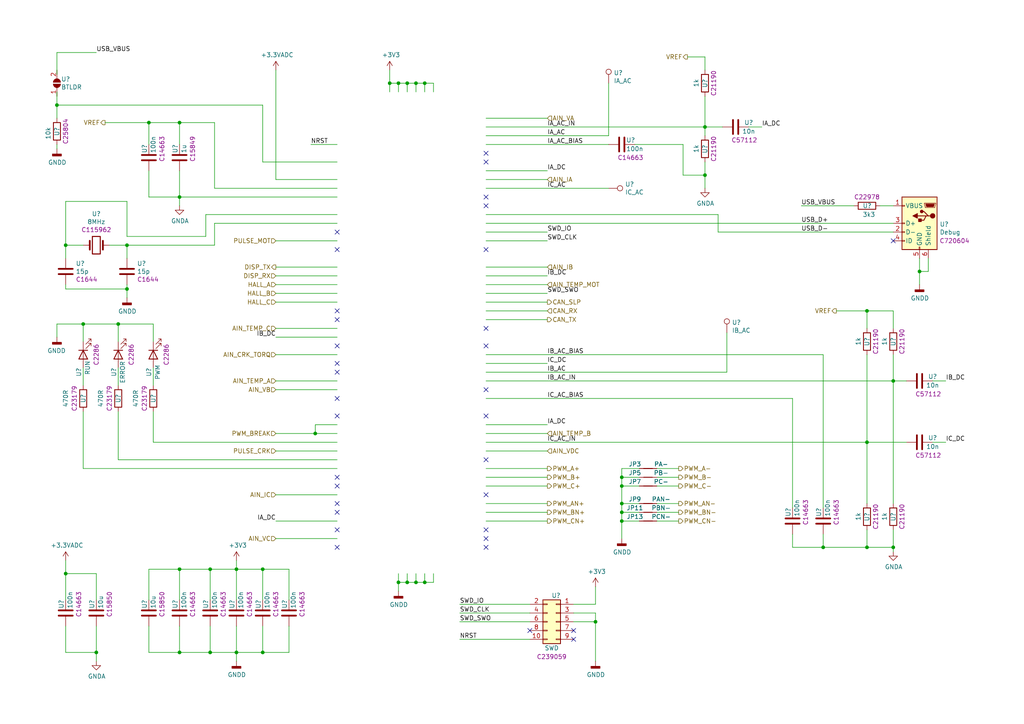
<source format=kicad_sch>
(kicad_sch (version 20211123) (generator eeschema)
  (paper "A4")
  (title_block (title "UNIMOC Hardware 4850") (date "2021-03-28") (rev "2") (company "Thunderdrive GmbH"))
  (lib_symbols
    (symbol "Connector:TestPoint" (pin_numbers hide) (pin_names (offset 0.762) hide)
      (property "Reference" "TP" (at 0 6.858 0))
      (property "Value" "TestPoint" (at 0 5.08 0))
      (symbol "TestPoint_0_1"
        (circle (center 0 3.302) (radius 0.762))
      )
      (symbol "TestPoint_1_1"
        (pin passive line (at 0 0 90) (length 2.54) (name "1") (number "1"))
      )
    )
    (symbol "Connector:USB_B_Mini" (pin_names (offset 1.016))
      (property "Reference" "J" (at -5.08 11.43 0))
      (property "Value" "USB_B_Mini" (at -5.08 8.89 0))
      (symbol "USB_B_Mini_0_1"
        (rectangle (start -5.08 -7.62) (end 5.08 7.62) (stroke (width 0.254)) (fill (type background)))
        (circle (center -3.81 2.159) (radius 0.635) (stroke (width 0.254)) (fill (type outline)))
        (circle (center -0.635 3.429) (radius 0.381) (stroke (width 0.254)) (fill (type outline)))
        (rectangle (start -0.127 -7.62) (end 0.127 -6.858))
        (polyline (pts (xy -1.905 2.159) (xy 0.635 2.159)) (stroke (width 0.254)))
        (polyline (pts (xy -3.175 2.159) (xy -2.54 2.159) (xy -1.27 3.429) (xy -0.635 3.429)) (stroke (width 0.254)))
        (polyline (pts (xy -2.54 2.159) (xy -1.905 2.159) (xy -1.27 0.889) (xy 0 0.889)) (stroke (width 0.254)))
        (polyline (pts (xy 0.635 2.794) (xy 0.635 1.524) (xy 1.905 2.159) (xy 0.635 2.794)) (stroke (width 0.254)) (fill (type outline)))
        (polyline (pts (xy -4.318 5.588) (xy -1.778 5.588) (xy -2.032 4.826) (xy -4.064 4.826) (xy -4.318 5.588)) (fill (type outline)))
        (polyline (pts (xy -4.699 5.842) (xy -4.699 5.588) (xy -4.445 4.826) (xy -4.445 4.572) (xy -1.651 4.572) (xy -1.651 4.826) (xy -1.397 5.588) (xy -1.397 5.842) (xy -4.699 5.842)))
        (rectangle (start 0.254 1.27) (end -0.508 0.508) (stroke (width 0.254)) (fill (type outline)))
        (rectangle (start 5.08 -5.207) (end 4.318 -4.953))
        (rectangle (start 5.08 -2.667) (end 4.318 -2.413))
        (rectangle (start 5.08 -0.127) (end 4.318 0.127))
        (rectangle (start 5.08 4.953) (end 4.318 5.207))
      )
      (symbol "USB_B_Mini_1_1"
        (pin power_out line (at 7.62 5.08 180) (length 2.54) (name "VBUS") (number "1"))
        (pin bidirectional line (at 7.62 -2.54 180) (length 2.54) (name "D-") (number "2"))
        (pin bidirectional line (at 7.62 0 180) (length 2.54) (name "D+") (number "3"))
        (pin passive line (at 7.62 -5.08 180) (length 2.54) (name "ID") (number "4"))
        (pin power_out line (at 0 -10.16 90) (length 2.54) (name "GND") (number "5"))
        (pin passive line (at -2.54 -10.16 90) (length 2.54) (name "Shield") (number "6"))
      )
    )
    (symbol "Connector_Generic:Conn_02x05_Odd_Even" (pin_names (offset 1.016) hide)
      (property "Reference" "J" (at 1.27 7.62 0))
      (property "Value" "Conn_02x05_Odd_Even" (at 1.27 -7.62 0))
      (symbol "Conn_02x05_Odd_Even_1_1"
        (rectangle (start -1.27 -4.953) (end 0 -5.207) (stroke (width 0.1524)))
        (rectangle (start -1.27 -2.413) (end 0 -2.667) (stroke (width 0.1524)))
        (rectangle (start -1.27 0.127) (end 0 -0.127) (stroke (width 0.1524)))
        (rectangle (start -1.27 2.667) (end 0 2.413) (stroke (width 0.1524)))
        (rectangle (start -1.27 5.207) (end 0 4.953) (stroke (width 0.1524)))
        (rectangle (start -1.27 6.35) (end 3.81 -6.35) (stroke (width 0.254)) (fill (type background)))
        (rectangle (start 3.81 -4.953) (end 2.54 -5.207) (stroke (width 0.1524)))
        (rectangle (start 3.81 -2.413) (end 2.54 -2.667) (stroke (width 0.1524)))
        (rectangle (start 3.81 0.127) (end 2.54 -0.127) (stroke (width 0.1524)))
        (rectangle (start 3.81 2.667) (end 2.54 2.413) (stroke (width 0.1524)))
        (rectangle (start 3.81 5.207) (end 2.54 4.953) (stroke (width 0.1524)))
        (pin passive line (at -5.08 5.08 0) (length 3.81) (name "Pin_1") (number "1"))
        (pin passive line (at 7.62 -5.08 180) (length 3.81) (name "Pin_10") (number "10"))
        (pin passive line (at 7.62 5.08 180) (length 3.81) (name "Pin_2") (number "2"))
        (pin passive line (at -5.08 2.54 0) (length 3.81) (name "Pin_3") (number "3"))
        (pin passive line (at 7.62 2.54 180) (length 3.81) (name "Pin_4") (number "4"))
        (pin passive line (at -5.08 0 0) (length 3.81) (name "Pin_5") (number "5"))
        (pin passive line (at 7.62 0 180) (length 3.81) (name "Pin_6") (number "6"))
        (pin passive line (at -5.08 -2.54 0) (length 3.81) (name "Pin_7") (number "7"))
        (pin passive line (at 7.62 -2.54 180) (length 3.81) (name "Pin_8") (number "8"))
        (pin passive line (at -5.08 -5.08 0) (length 3.81) (name "Pin_9") (number "9"))
      )
    )
    (symbol "Device:C" (pin_numbers hide) (pin_names (offset 0.254))
      (property "Reference" "C" (at 0.635 2.54 0))
      (property "Value" "C" (at 0.635 -2.54 0))
      (symbol "C_0_1"
        (polyline (pts (xy -2.032 -0.762) (xy 2.032 -0.762)) (stroke (width 0.508)))
        (polyline (pts (xy -2.032 0.762) (xy 2.032 0.762)) (stroke (width 0.508)))
      )
      (symbol "C_1_1"
        (pin passive line (at 0 3.81 270) (length 2.794) (name "~") (number "1"))
        (pin passive line (at 0 -3.81 90) (length 2.794) (name "~") (number "2"))
      )
    )
    (symbol "Device:Crystal" (pin_numbers hide) (pin_names (offset 1.016) hide)
      (property "Reference" "Y" (at 0 3.81 0))
      (property "Value" "Crystal" (at 0 -3.81 0))
      (symbol "Crystal_0_1"
        (rectangle (start -1.143 2.54) (end 1.143 -2.54) (stroke (width 0.3048)))
        (polyline (pts (xy -2.54 0) (xy -1.905 0)))
        (polyline (pts (xy -1.905 -1.27) (xy -1.905 1.27)) (stroke (width 0.508)))
        (polyline (pts (xy 1.905 -1.27) (xy 1.905 1.27)) (stroke (width 0.508)))
        (polyline (pts (xy 2.54 0) (xy 1.905 0)))
      )
      (symbol "Crystal_1_1"
        (pin passive line (at -3.81 0 0) (length 1.27) (name "1") (number "1"))
        (pin passive line (at 3.81 0 180) (length 1.27) (name "2") (number "2"))
      )
    )
    (symbol "Device:LED" (pin_numbers hide) (pin_names (offset 1.016) hide)
      (property "Reference" "D" (at 0 2.54 0))
      (property "Value" "LED" (at 0 -2.54 0))
      (symbol "LED_0_1"
        (polyline (pts (xy -1.27 -1.27) (xy -1.27 1.27)) (stroke (width 0.254)))
        (polyline (pts (xy -1.27 0) (xy 1.27 0)))
        (polyline (pts (xy 1.27 -1.27) (xy 1.27 1.27) (xy -1.27 0) (xy 1.27 -1.27)) (stroke (width 0.254)))
        (polyline (pts (xy -3.048 -0.762) (xy -4.572 -2.286) (xy -3.81 -2.286) (xy -4.572 -2.286) (xy -4.572 -1.524)))
        (polyline (pts (xy -1.778 -0.762) (xy -3.302 -2.286) (xy -2.54 -2.286) (xy -3.302 -2.286) (xy -3.302 -1.524)))
      )
      (symbol "LED_1_1"
        (pin passive line (at -3.81 0 0) (length 2.54) (name "K") (number "1"))
        (pin passive line (at 3.81 0 180) (length 2.54) (name "A") (number "2"))
      )
    )
    (symbol "Device:NetTie_2" (pin_numbers hide) (pin_names (offset 0) hide)
      (property "Reference" "NT" (at 0 1.27 0))
      (property "Value" "NetTie_2" (at 0 -1.27 0))
      (symbol "NetTie_2_0_1"
        (polyline (pts (xy -1.27 0) (xy 1.27 0)) (stroke (width 0.254)))
      )
      (symbol "NetTie_2_1_1"
        (pin passive line (at -2.54 0 0) (length 2.54) (name "1") (number "1"))
        (pin passive line (at 2.54 0 180) (length 2.54) (name "2") (number "2"))
      )
    )
    (symbol "Device:R" (pin_numbers hide) (pin_names (offset 0))
      (property "Reference" "R" (at 2.032 0 90))
      (property "Value" "R" (at 0 0 90))
      (symbol "R_0_1"
        (rectangle (start -1.016 -2.54) (end 1.016 2.54) (stroke (width 0.254)))
      )
      (symbol "R_1_1"
        (pin passive line (at 0 3.81 270) (length 1.27) (name "~") (number "1"))
        (pin passive line (at 0 -3.81 90) (length 1.27) (name "~") (number "2"))
      )
    )
    (symbol "Jumper:SolderJumper_2_Open" (pin_names (offset 0) hide)
      (property "Reference" "JP" (at 0 2.032 0))
      (property "Value" "SolderJumper_2_Open" (at 0 -2.54 0))
      (symbol "SolderJumper_2_Open_0_1"
        (arc (start -0.254 1.016) (mid -1.27 0) (end -0.254 -1.016))
        (arc (start -0.254 1.016) (mid -1.27 0) (end -0.254 -1.016) (fill (type outline)))
        (polyline (pts (xy -0.254 1.016) (xy -0.254 -1.016)))
        (polyline (pts (xy 0.254 1.016) (xy 0.254 -1.016)))
        (arc (start 0.254 -1.016) (mid 1.27 0) (end 0.254 1.016))
        (arc (start 0.254 -1.016) (mid 1.27 0) (end 0.254 1.016) (fill (type outline)))
      )
      (symbol "SolderJumper_2_Open_1_1"
        (pin passive line (at -3.81 0 0) (length 2.54) (name "A") (number "1"))
        (pin passive line (at 3.81 0 180) (length 2.54) (name "B") (number "2"))
      )
    )
    (symbol "power:+3.3VADC" (power) (pin_names (offset 0))
      (property "Value" "+3.3VADC" (at 0 2.54 0))
      (symbol "+3.3VADC_0_0"
        (pin power_in line (at 0 0 90) (length 0) hide (name "+3.3VADC") (number "1"))
      )
      (symbol "+3.3VADC_0_1"
        (polyline (pts (xy -0.762 1.27) (xy 0 2.54)))
        (polyline (pts (xy 0 0) (xy 0 2.54)))
        (polyline (pts (xy 0 2.54) (xy 0.762 1.27)))
      )
    )
    (symbol "power:+3V3" (power) (pin_names (offset 0))
      (property "Value" "+3V3" (at 0 3.556 0))
      (symbol "+3V3_0_1"
        (polyline (pts (xy -0.762 1.27) (xy 0 2.54)))
        (polyline (pts (xy 0 0) (xy 0 2.54)))
        (polyline (pts (xy 0 2.54) (xy 0.762 1.27)))
      )
      (symbol "+3V3_1_1"
        (pin power_in line (at 0 0 90) (length 0) hide (name "+3V3") (number "1"))
      )
    )
    (symbol "power:GNDA" (power) (pin_names (offset 0))
      (property "Value" "GNDA" (at 0 -3.81 0))
      (symbol "GNDA_0_1"
        (polyline (pts (xy 0 0) (xy 0 -1.27) (xy 1.27 -1.27) (xy 0 -2.54) (xy -1.27 -1.27) (xy 0 -1.27)))
      )
      (symbol "GNDA_1_1"
        (pin power_in line (at 0 0 270) (length 0) hide (name "GNDA") (number "1"))
      )
    )
    (symbol "power:GNDD" (power) (pin_names (offset 0))
      (property "Value" "GNDD" (at 0 -3.175 0))
      (symbol "GNDD_0_1"
        (rectangle (start -1.27 -1.524) (end 1.27 -2.032) (stroke (width 0.254)) (fill (type outline)))
        (polyline (pts (xy 0 0) (xy 0 -1.524)))
      )
      (symbol "GNDD_1_1"
        (pin power_in line (at 0 0 270) (length 0) hide (name "GNDD") (number "1"))
      )
    )
  )
  (junction (at 113.03 24.13))
  (junction (at 68.58 165.1))
  (junction (at 76.2 165.1))
  (junction (at 115.57 168.91))
  (junction (at 118.11 168.91))
  (junction (at 180.34 138.43))
  (junction (at 251.46 90.17))
  (junction (at 266.7 78.74))
  (junction (at 120.65 168.91))
  (junction (at 60.96 165.1))
  (junction (at 60.96 189.23))
  (junction (at 52.07 189.23))
  (junction (at 52.07 57.15))
  (junction (at 172.72 180.34))
  (junction (at 36.83 83.82))
  (junction (at 16.51 30.48))
  (junction (at 52.07 165.1))
  (junction (at 27.94 189.23))
  (junction (at 76.2 189.23))
  (junction (at 52.07 35.56))
  (junction (at 36.83 71.12))
  (junction (at 238.76 158.75))
  (junction (at 180.34 148.59))
  (junction (at 91.44 125.73))
  (junction (at 204.47 36.83))
  (junction (at 115.57 24.13))
  (junction (at 204.47 50.8))
  (junction (at 259.08 110.49))
  (junction (at 24.13 93.98))
  (junction (at 180.34 140.97))
  (junction (at 251.46 128.27))
  (junction (at 34.29 93.98))
  (junction (at 259.08 158.75))
  (junction (at 43.18 35.56))
  (junction (at 123.19 168.91))
  (junction (at 68.58 189.23))
  (junction (at 180.34 151.13))
  (junction (at 180.34 146.05))
  (junction (at 120.65 24.13))
  (junction (at 251.46 158.75))
  (junction (at 118.11 24.13))
  (junction (at 123.19 24.13))
  (junction (at 19.05 71.12))
  (junction (at 19.05 166.37))
  (no_connect (at 140.97 72.39))
  (no_connect (at 140.97 44.45))
  (no_connect (at 140.97 57.15))
  (no_connect (at 140.97 100.33))
  (no_connect (at 97.79 92.71))
  (no_connect (at 97.79 138.43))
  (no_connect (at 140.97 158.75))
  (no_connect (at 166.37 185.42))
  (no_connect (at 97.79 100.33))
  (no_connect (at 153.67 182.88))
  (no_connect (at 97.79 153.67))
  (no_connect (at 140.97 46.99))
  (no_connect (at 97.79 67.31))
  (no_connect (at 97.79 146.05))
  (no_connect (at 166.37 182.88))
  (no_connect (at 140.97 120.65))
  (no_connect (at 140.97 59.69))
  (no_connect (at 140.97 153.67))
  (no_connect (at 140.97 143.51))
  (no_connect (at 97.79 72.39))
  (no_connect (at 97.79 115.57))
  (no_connect (at 97.79 140.97))
  (no_connect (at 140.97 133.35))
  (no_connect (at 259.08 69.85))
  (no_connect (at 140.97 156.21))
  (no_connect (at 140.97 113.03))
  (no_connect (at 97.79 120.65))
  (no_connect (at 97.79 107.95))
  (no_connect (at 97.79 90.17))
  (no_connect (at 97.79 148.59))
  (no_connect (at 97.79 105.41))
  (no_connect (at 140.97 95.25))
  (no_connect (at 97.79 158.75))
  (wire (pts (xy 190.5 151.13) (xy 196.85 151.13)))
  (wire (pts (xy 140.97 69.85) (xy 158.75 69.85)))
  (wire (pts (xy 172.72 175.26) (xy 172.72 170.18)))
  (wire (pts (xy 153.67 180.34) (xy 133.35 180.34)))
  (wire (pts (xy 133.35 185.42) (xy 153.67 185.42)))
  (wire (pts (xy 115.57 171.45) (xy 115.57 168.91)))
  (wire (pts (xy 123.19 168.91) (xy 123.19 166.37)))
  (wire (pts (xy 180.34 140.97) (xy 180.34 146.05)))
  (wire (pts (xy 259.08 102.87) (xy 259.08 110.49)))
  (wire (pts (xy 251.46 128.27) (xy 251.46 146.05)))
  (wire (pts (xy 140.97 64.77) (xy 259.08 64.77)))
  (wire (pts (xy 52.07 41.91) (xy 52.07 35.56)))
  (wire (pts (xy 36.83 86.36) (xy 36.83 83.82)))
  (wire (pts (xy 140.97 90.17) (xy 158.75 90.17)))
  (wire (pts (xy 24.13 135.89) (xy 24.13 119.38)))
  (wire (pts (xy 204.47 54.61) (xy 204.47 50.8)))
  (wire (pts (xy 176.53 39.37) (xy 176.53 24.13)))
  (wire (pts (xy 97.79 57.15) (xy 52.07 57.15)))
  (wire (pts (xy 140.97 80.01) (xy 158.75 80.01)))
  (wire (pts (xy 140.97 52.07) (xy 158.75 52.07)))
  (wire (pts (xy 140.97 87.63) (xy 158.75 87.63)))
  (wire (pts (xy 62.23 54.61) (xy 97.79 54.61)))
  (wire (pts (xy 140.97 77.47) (xy 158.75 77.47)))
  (wire (pts (xy 266.7 74.93) (xy 266.7 78.74)))
  (wire (pts (xy 166.37 175.26) (xy 172.72 175.26)))
  (wire (pts (xy 31.75 71.12) (xy 36.83 71.12)))
  (wire (pts (xy 19.05 83.82) (xy 36.83 83.82)))
  (wire (pts (xy 19.05 74.93) (xy 19.05 71.12)))
  (wire (pts (xy 62.23 35.56) (xy 62.23 54.61)))
  (wire (pts (xy 24.13 99.06) (xy 24.13 93.98)))
  (wire (pts (xy 180.34 135.89) (xy 180.34 138.43)))
  (wire (pts (xy 120.65 168.91) (xy 120.65 166.37)))
  (wire (pts (xy 166.37 180.34) (xy 172.72 180.34)))
  (wire (pts (xy 60.96 165.1) (xy 52.07 165.1)))
  (wire (pts (xy 52.07 189.23) (xy 43.18 189.23)))
  (wire (pts (xy 120.65 24.13) (xy 123.19 24.13)))
  (wire (pts (xy 270.51 110.49) (xy 274.32 110.49)))
  (wire (pts (xy 76.2 165.1) (xy 83.82 165.1)))
  (wire (pts (xy 166.37 177.8) (xy 172.72 177.8)))
  (wire (pts (xy 43.18 165.1) (xy 43.18 173.99)))
  (wire (pts (xy 120.65 168.91) (xy 123.19 168.91)))
  (wire (pts (xy 97.79 110.49) (xy 80.01 110.49)))
  (wire (pts (xy 140.97 41.91) (xy 176.53 41.91)))
  (wire (pts (xy 133.35 175.26) (xy 153.67 175.26)))
  (wire (pts (xy 16.51 41.91) (xy 16.51 43.18)))
  (wire (pts (xy 140.97 102.87) (xy 238.76 102.87)))
  (wire (pts (xy 76.2 173.99) (xy 76.2 165.1)))
  (wire (pts (xy 140.97 135.89) (xy 158.75 135.89)))
  (wire (pts (xy 242.57 90.17) (xy 251.46 90.17)))
  (wire (pts (xy 198.12 50.8) (xy 204.47 50.8)))
  (wire (pts (xy 270.51 128.27) (xy 274.32 128.27)))
  (wire (pts (xy 115.57 168.91) (xy 118.11 168.91)))
  (wire (pts (xy 140.97 138.43) (xy 158.75 138.43)))
  (wire (pts (xy 44.45 111.76) (xy 44.45 106.68)))
  (wire (pts (xy 123.19 168.91) (xy 125.73 168.91)))
  (wire (pts (xy 113.03 20.32) (xy 113.03 24.13)))
  (wire (pts (xy 27.94 173.99) (xy 27.94 166.37)))
  (wire (pts (xy 198.12 41.91) (xy 198.12 50.8)))
  (wire (pts (xy 259.08 153.67) (xy 259.08 158.75)))
  (wire (pts (xy 68.58 189.23) (xy 76.2 189.23)))
  (wire (pts (xy 68.58 181.61) (xy 68.58 189.23)))
  (wire (pts (xy 59.69 62.23) (xy 97.79 62.23)))
  (wire (pts (xy 140.97 54.61) (xy 176.53 54.61)))
  (wire (pts (xy 24.13 93.98) (xy 16.51 93.98)))
  (wire (pts (xy 97.79 151.13) (xy 80.01 151.13)))
  (wire (pts (xy 16.51 93.98) (xy 16.51 97.79)))
  (wire (pts (xy 208.28 62.23) (xy 208.28 67.31)))
  (wire (pts (xy 251.46 158.75) (xy 259.08 158.75)))
  (wire (pts (xy 97.79 77.47) (xy 80.01 77.47)))
  (wire (pts (xy 140.97 36.83) (xy 204.47 36.83)))
  (wire (pts (xy 76.2 181.61) (xy 76.2 189.23)))
  (wire (pts (xy 259.08 110.49) (xy 259.08 146.05)))
  (wire (pts (xy 113.03 24.13) (xy 113.03 26.67)))
  (wire (pts (xy 52.07 181.61) (xy 52.07 189.23)))
  (wire (pts (xy 185.42 146.05) (xy 180.34 146.05)))
  (wire (pts (xy 97.79 82.55) (xy 80.01 82.55)))
  (wire (pts (xy 259.08 59.69) (xy 255.27 59.69)))
  (wire (pts (xy 36.83 83.82) (xy 36.83 82.55)))
  (wire (pts (xy 140.97 115.57) (xy 229.87 115.57)))
  (wire (pts (xy 97.79 125.73) (xy 91.44 125.73)))
  (wire (pts (xy 262.89 128.27) (xy 251.46 128.27)))
  (wire (pts (xy 190.5 138.43) (xy 196.85 138.43)))
  (wire (pts (xy 19.05 71.12) (xy 19.05 58.42)))
  (wire (pts (xy 68.58 165.1) (xy 60.96 165.1)))
  (wire (pts (xy 52.07 35.56) (xy 62.23 35.56)))
  (wire (pts (xy 140.97 62.23) (xy 208.28 62.23)))
  (wire (pts (xy 43.18 41.91) (xy 43.18 35.56)))
  (wire (pts (xy 229.87 158.75) (xy 238.76 158.75)))
  (wire (pts (xy 34.29 99.06) (xy 34.29 93.98)))
  (wire (pts (xy 140.97 82.55) (xy 158.75 82.55)))
  (wire (pts (xy 16.51 30.48) (xy 76.2 30.48)))
  (wire (pts (xy 190.5 148.59) (xy 196.85 148.59)))
  (wire (pts (xy 52.07 165.1) (xy 52.07 173.99)))
  (wire (pts (xy 140.97 92.71) (xy 158.75 92.71)))
  (wire (pts (xy 185.42 138.43) (xy 180.34 138.43)))
  (wire (pts (xy 140.97 110.49) (xy 259.08 110.49)))
  (wire (pts (xy 269.24 78.74) (xy 266.7 78.74)))
  (wire (pts (xy 115.57 24.13) (xy 118.11 24.13)))
  (wire (pts (xy 209.55 36.83) (xy 204.47 36.83)))
  (wire (pts (xy 97.79 41.91) (xy 90.17 41.91)))
  (wire (pts (xy 30.48 35.56) (xy 43.18 35.56)))
  (wire (pts (xy 140.97 107.95) (xy 210.82 107.95)))
  (wire (pts (xy 76.2 46.99) (xy 76.2 30.48)))
  (wire (pts (xy 68.58 189.23) (xy 68.58 191.77)))
  (wire (pts (xy 185.42 135.89) (xy 180.34 135.89)))
  (wire (pts (xy 52.07 165.1) (xy 43.18 165.1)))
  (wire (pts (xy 91.44 123.19) (xy 91.44 125.73)))
  (wire (pts (xy 140.97 105.41) (xy 158.75 105.41)))
  (wire (pts (xy 24.13 71.12) (xy 19.05 71.12)))
  (wire (pts (xy 19.05 189.23) (xy 19.05 181.61)))
  (wire (pts (xy 34.29 133.35) (xy 34.29 119.38)))
  (wire (pts (xy 208.28 67.31) (xy 259.08 67.31)))
  (wire (pts (xy 259.08 158.75) (xy 259.08 160.02)))
  (wire (pts (xy 16.51 15.24) (xy 27.94 15.24)))
  (wire (pts (xy 217.17 36.83) (xy 220.98 36.83)))
  (wire (pts (xy 172.72 180.34) (xy 172.72 191.77)))
  (wire (pts (xy 229.87 115.57) (xy 229.87 147.32)))
  (wire (pts (xy 180.34 138.43) (xy 180.34 140.97)))
  (wire (pts (xy 36.83 58.42) (xy 36.83 68.58)))
  (wire (pts (xy 204.47 36.83) (xy 204.47 39.37)))
  (wire (pts (xy 97.79 133.35) (xy 34.29 133.35)))
  (wire (pts (xy 140.97 130.81) (xy 158.75 130.81)))
  (wire (pts (xy 44.45 128.27) (xy 44.45 119.38)))
  (wire (pts (xy 115.57 24.13) (xy 115.57 26.67)))
  (wire (pts (xy 97.79 46.99) (xy 76.2 46.99)))
  (wire (pts (xy 68.58 173.99) (xy 68.58 165.1)))
  (wire (pts (xy 36.83 68.58) (xy 59.69 68.58)))
  (wire (pts (xy 19.05 166.37) (xy 27.94 166.37)))
  (wire (pts (xy 118.11 24.13) (xy 118.11 26.67)))
  (wire (pts (xy 97.79 135.89) (xy 24.13 135.89)))
  (wire (pts (xy 83.82 189.23) (xy 83.82 181.61)))
  (wire (pts (xy 97.79 113.03) (xy 80.01 113.03)))
  (wire (pts (xy 184.15 41.91) (xy 198.12 41.91)))
  (wire (pts (xy 24.13 111.76) (xy 24.13 106.68)))
  (wire (pts (xy 80.01 143.51) (xy 97.79 143.51)))
  (wire (pts (xy 43.18 189.23) (xy 43.18 181.61)))
  (wire (pts (xy 251.46 90.17) (xy 259.08 90.17)))
  (wire (pts (xy 118.11 24.13) (xy 120.65 24.13)))
  (wire (pts (xy 52.07 57.15) (xy 52.07 49.53)))
  (wire (pts (xy 133.35 177.8) (xy 153.67 177.8)))
  (wire (pts (xy 238.76 158.75) (xy 251.46 158.75)))
  (wire (pts (xy 229.87 154.94) (xy 229.87 158.75)))
  (wire (pts (xy 238.76 154.94) (xy 238.76 158.75)))
  (wire (pts (xy 80.01 52.07) (xy 80.01 20.32)))
  (wire (pts (xy 91.44 125.73) (xy 80.01 125.73)))
  (wire (pts (xy 97.79 69.85) (xy 80.01 69.85)))
  (wire (pts (xy 140.97 67.31) (xy 158.75 67.31)))
  (wire (pts (xy 140.97 146.05) (xy 158.75 146.05)))
  (wire (pts (xy 199.39 16.51) (xy 204.47 16.51)))
  (wire (pts (xy 68.58 162.56) (xy 68.58 165.1)))
  (wire (pts (xy 34.29 111.76) (xy 34.29 106.68)))
  (wire (pts (xy 269.24 74.93) (xy 269.24 78.74)))
  (wire (pts (xy 97.79 80.01) (xy 80.01 80.01)))
  (wire (pts (xy 76.2 189.23) (xy 83.82 189.23)))
  (wire (pts (xy 16.51 26.67) (xy 16.51 30.48)))
  (wire (pts (xy 97.79 102.87) (xy 80.01 102.87)))
  (wire (pts (xy 27.94 189.23) (xy 27.94 181.61)))
  (wire (pts (xy 97.79 130.81) (xy 80.01 130.81)))
  (wire (pts (xy 185.42 151.13) (xy 180.34 151.13)))
  (wire (pts (xy 185.42 140.97) (xy 180.34 140.97)))
  (wire (pts (xy 125.73 24.13) (xy 125.73 26.67)))
  (wire (pts (xy 44.45 93.98) (xy 44.45 99.06)))
  (wire (pts (xy 97.79 87.63) (xy 80.01 87.63)))
  (wire (pts (xy 118.11 168.91) (xy 120.65 168.91)))
  (wire (pts (xy 140.97 85.09) (xy 158.75 85.09)))
  (wire (pts (xy 190.5 135.89) (xy 196.85 135.89)))
  (wire (pts (xy 97.79 95.25) (xy 80.01 95.25)))
  (wire (pts (xy 113.03 24.13) (xy 115.57 24.13)))
  (wire (pts (xy 97.79 52.07) (xy 80.01 52.07)))
  (wire (pts (xy 140.97 34.29) (xy 158.75 34.29)))
  (wire (pts (xy 140.97 123.19) (xy 158.75 123.19)))
  (wire (pts (xy 180.34 151.13) (xy 180.34 156.21)))
  (wire (pts (xy 52.07 59.69) (xy 52.07 57.15)))
  (wire (pts (xy 19.05 82.55) (xy 19.05 83.82)))
  (wire (pts (xy 34.29 93.98) (xy 44.45 93.98)))
  (wire (pts (xy 16.51 30.48) (xy 16.51 34.29)))
  (wire (pts (xy 180.34 148.59) (xy 180.34 151.13)))
  (wire (pts (xy 83.82 165.1) (xy 83.82 173.99)))
  (wire (pts (xy 97.79 156.21) (xy 80.01 156.21)))
  (wire (pts (xy 190.5 146.05) (xy 196.85 146.05)))
  (wire (pts (xy 210.82 107.95) (xy 210.82 96.52)))
  (wire (pts (xy 266.7 78.74) (xy 266.7 82.55)))
  (wire (pts (xy 262.89 110.49) (xy 259.08 110.49)))
  (wire (pts (xy 43.18 35.56) (xy 52.07 35.56)))
  (wire (pts (xy 60.96 181.61) (xy 60.96 189.23)))
  (wire (pts (xy 44.45 128.27) (xy 97.79 128.27)))
  (wire (pts (xy 140.97 49.53) (xy 158.75 49.53)))
  (wire (pts (xy 118.11 168.91) (xy 118.11 166.37)))
  (wire (pts (xy 251.46 95.25) (xy 251.46 90.17)))
  (wire (pts (xy 259.08 90.17) (xy 259.08 95.25)))
  (wire (pts (xy 238.76 102.87) (xy 238.76 147.32)))
  (wire (pts (xy 232.41 59.69) (xy 247.65 59.69)))
  (wire (pts (xy 140.97 151.13) (xy 158.75 151.13)))
  (wire (pts (xy 115.57 168.91) (xy 115.57 166.37)))
  (wire (pts (xy 19.05 162.56) (xy 19.05 166.37)))
  (wire (pts (xy 36.83 71.12) (xy 36.83 74.93)))
  (wire (pts (xy 52.07 189.23) (xy 60.96 189.23)))
  (wire (pts (xy 24.13 93.98) (xy 34.29 93.98)))
  (wire (pts (xy 251.46 128.27) (xy 251.46 102.87)))
  (wire (pts (xy 27.94 191.77) (xy 27.94 189.23)))
  (wire (pts (xy 97.79 123.19) (xy 91.44 123.19)))
  (wire (pts (xy 97.79 85.09) (xy 80.01 85.09)))
  (wire (pts (xy 172.72 177.8) (xy 172.72 180.34)))
  (wire (pts (xy 60.96 173.99) (xy 60.96 165.1)))
  (wire (pts (xy 140.97 125.73) (xy 158.75 125.73)))
  (wire (pts (xy 204.47 50.8) (xy 204.47 46.99)))
  (wire (pts (xy 59.69 68.58) (xy 59.69 62.23)))
  (wire (pts (xy 43.18 57.15) (xy 43.18 49.53)))
  (wire (pts (xy 180.34 146.05) (xy 180.34 148.59)))
  (wire (pts (xy 185.42 148.59) (xy 180.34 148.59)))
  (wire (pts (xy 125.73 168.91) (xy 125.73 166.37)))
  (wire (pts (xy 36.83 71.12) (xy 62.23 71.12)))
  (wire (pts (xy 62.23 71.12) (xy 62.23 64.77)))
  (wire (pts (xy 204.47 27.94) (xy 204.47 36.83)))
  (wire (pts (xy 140.97 39.37) (xy 176.53 39.37)))
  (wire (pts (xy 120.65 24.13) (xy 120.65 26.67)))
  (wire (pts (xy 27.94 189.23) (xy 19.05 189.23)))
  (wire (pts (xy 16.51 15.24) (xy 16.51 21.59)))
  (wire (pts (xy 68.58 165.1) (xy 76.2 165.1)))
  (wire (pts (xy 204.47 16.51) (xy 204.47 20.32)))
  (wire (pts (xy 190.5 140.97) (xy 196.85 140.97)))
  (wire (pts (xy 140.97 140.97) (xy 158.75 140.97)))
  (wire (pts (xy 251.46 153.67) (xy 251.46 158.75)))
  (wire (pts (xy 19.05 173.99) (xy 19.05 166.37)))
  (wire (pts (xy 19.05 58.42) (xy 36.83 58.42)))
  (wire (pts (xy 97.79 97.79) (xy 80.01 97.79)))
  (wire (pts (xy 62.23 64.77) (xy 97.79 64.77)))
  (wire (pts (xy 123.19 24.13) (xy 125.73 24.13)))
  (wire (pts (xy 52.07 57.15) (xy 43.18 57.15)))
  (wire (pts (xy 60.96 189.23) (xy 68.58 189.23)))
  (wire (pts (xy 123.19 24.13) (xy 123.19 26.67)))
  (wire (pts (xy 140.97 128.27) (xy 251.46 128.27)))
  (wire (pts (xy 140.97 148.59) (xy 158.75 148.59)))
  (label "SWD_SWO" (at 158.75 85.09 0))
  (label "IB_DC" (at 274.32 110.49 0))
  (label "IC_AC_BIAS" (at 158.75 115.57 0))
  (label "IA_AC_IN" (at 158.75 36.83 0))
  (label "IA_DC" (at 158.75 123.19 0))
  (label "IA_AC" (at 158.75 39.37 0))
  (label "USB_VBUS" (at 27.94 15.24 0))
  (label "IA_DC" (at 158.75 49.53 0))
  (label "IC_AC_IN" (at 158.75 128.27 0))
  (label "IA_DC" (at 80.01 151.13 180))
  (label "IC_AC" (at 158.75 54.61 0))
  (label "IA_DC" (at 220.98 36.83 0))
  (label "USB_D+" (at 232.41 64.77 0))
  (label "SWD_SWO" (at 133.35 180.34 0))
  (label "IB_AC" (at 158.75 107.95 0))
  (label "IB_DC" (at 80.01 97.79 180))
  (label "NRST" (at 133.35 185.42 0))
  (label "USB_D-" (at 232.41 67.31 0))
  (label "IC_DC" (at 158.75 105.41 0))
  (label "IA_AC_BIAS" (at 158.75 41.91 0))
  (label "IC_DC" (at 274.32 128.27 0))
  (label "SWD_IO" (at 158.75 67.31 0))
  (label "IB_AC_IN" (at 158.75 110.49 0))
  (label "SWD_CLK" (at 158.75 69.85 0))
  (label "SWD_IO" (at 133.35 175.26 0))
  (label "SWD_CLK" (at 133.35 177.8 0))
  (label "IB_AC_BIAS" (at 158.75 102.87 0))
  (label "USB_VBUS" (at 232.41 59.69 0))
  (label "NRST" (at 90.17 41.91 0))
  (label "IB_DC" (at 158.75 80.01 0))
  (hierarchical_label "CAN_RX" (shape input) (at 158.75 90.17 0))
  (hierarchical_label "PWM_A-" (shape output) (at 196.85 135.89 0))
  (hierarchical_label "AIN_VDC" (shape input) (at 158.75 130.81 0))
  (hierarchical_label "CAN_TX" (shape output) (at 158.75 92.71 0))
  (hierarchical_label "AIN_VC" (shape input) (at 80.01 156.21 180))
  (hierarchical_label "PWM_AN+" (shape output) (at 158.75 146.05 0))
  (hierarchical_label "PWM_A+" (shape output) (at 158.75 135.89 0))
  (hierarchical_label "PWM_CN-" (shape output) (at 196.85 151.13 0))
  (hierarchical_label "DISP_TX" (shape output) (at 80.01 77.47 180))
  (hierarchical_label "AIN_CRK_TORQ" (shape input) (at 80.01 102.87 180))
  (hierarchical_label "VREF" (shape output) (at 30.48 35.56 180))
  (hierarchical_label "CAN_SLP" (shape output) (at 158.75 87.63 0))
  (hierarchical_label "AIN_TEMP_B" (shape input) (at 158.75 125.73 0))
  (hierarchical_label "AIN_VA" (shape input) (at 158.75 34.29 0))
  (hierarchical_label "HALL_C" (shape input) (at 80.01 87.63 180))
  (hierarchical_label "PULSE_CRK" (shape input) (at 80.01 130.81 180))
  (hierarchical_label "PWM_BN+" (shape output) (at 158.75 148.59 0))
  (hierarchical_label "AIN_IB" (shape input) (at 158.75 77.47 0))
  (hierarchical_label "AIN_TEMP_C" (shape input) (at 80.01 95.25 180))
  (hierarchical_label "PWM_BREAK" (shape input) (at 80.01 125.73 180))
  (hierarchical_label "PWM_B-" (shape output) (at 196.85 138.43 0))
  (hierarchical_label "HALL_B" (shape input) (at 80.01 85.09 180))
  (hierarchical_label "PWM_CN+" (shape output) (at 158.75 151.13 0))
  (hierarchical_label "AIN_IA" (shape input) (at 158.75 52.07 0))
  (hierarchical_label "PWM_B+" (shape output) (at 158.75 138.43 0))
  (hierarchical_label "AIN_VB" (shape input) (at 80.01 113.03 180))
  (hierarchical_label "PWM_C+" (shape output) (at 158.75 140.97 0))
  (hierarchical_label "PWM_BN-" (shape output) (at 196.85 148.59 0))
  (hierarchical_label "AIN_TEMP_A" (shape input) (at 80.01 110.49 180))
  (hierarchical_label "DISP_RX" (shape input) (at 80.01 80.01 180))
  (hierarchical_label "AIN_TEMP_MOT" (shape input) (at 158.75 82.55 0))
  (hierarchical_label "HALL_A" (shape input) (at 80.01 82.55 180))
  (hierarchical_label "PWM_C-" (shape output) (at 196.85 140.97 0))
  (hierarchical_label "AIN_IC" (shape input) (at 80.01 143.51 180))
  (hierarchical_label "PULSE_MOT" (shape input) (at 80.01 69.85 180))
  (hierarchical_label "PWM_AN-" (shape output) (at 196.85 146.05 0))
  (hierarchical_label "VREF" (shape output) (at 242.57 90.17 180))
  (hierarchical_label "VREF" (shape output) (at 199.39 16.51 180))
  (symbol (lib_id "logic_4850-rescue:STM32G473VCTx-project") (at 120.65 95.25 0) (unit 1)
    (property "Reference" "U14" (at 104.14 30.48 0))
    (property "Value" "STM32G473VCTx" (at 134.62 30.48 0))
    (property "Footprint" "Package_QFP:LQFP-100_14x14mm_P0.5mm" (effects hide))
    (property "Datasheet" "${KIPRJMOD}/datasheets/stm32g473ve-datasheet.pdf" (effects hide))
    (property "LCSC#" "C730122" (at 130.81 27.94 0))
  )
  (symbol (lib_id "power:+3V3") (at 113.03 20.32 0) (unit 1)
    (property "Reference" "#PWR052" (effects hide))
    (property "Value" "+3V3" (at 113.411 15.9258 0))
  )
  (symbol (lib_id "Device:C") (at 68.58 177.8 0) (unit 1)
    (property "Value" "100n" (at 69.85 176.53 90) (effects (justify left)))
    (property "Footprint" "Capacitor_SMD:C_0603_1608Metric" (effects hide))
    (property "LCSC#" "C14663" (at 72.39 175.26 90))
  )
  (symbol (lib_id "Device:C") (at 60.96 177.8 0) (unit 1)
    (property "Value" "100n" (at 62.23 176.53 90) (effects (justify left)))
    (property "Footprint" "Capacitor_SMD:C_0603_1608Metric" (effects hide))
    (property "LCSC#" "C14663" (at 64.77 175.26 90))
  )
  (symbol (lib_id "Device:C") (at 52.07 177.8 0) (unit 1)
    (property "Value" "100n" (at 53.34 176.53 90) (effects (justify left)))
    (property "Footprint" "Capacitor_SMD:C_0603_1608Metric" (effects hide))
    (property "LCSC#" "C14663" (at 55.88 175.26 90))
  )
  (symbol (lib_id "power:+3V3") (at 68.58 162.56 0) (unit 1)
    (property "Value" "+3V3" (at 68.961 158.1658 0))
  )
  (symbol (lib_id "power:GNDD") (at 68.58 191.77 0) (unit 1)
    (property "Value" "GNDD" (at 68.6816 195.707 0))
  )
  (symbol (lib_id "Device:C") (at 43.18 177.8 0) (unit 1)
    (property "Value" "10u" (at 44.45 176.53 90) (effects (justify left)))
    (property "Footprint" "Capacitor_SMD:C_0805_2012Metric" (effects hide))
    (property "LCSC#" "C15850" (at 46.99 175.26 90))
  )
  (symbol (lib_id "Connector:USB_B_Mini") (at 266.7 64.77 0) (mirror y) (unit 1)
    (property "Value" "Debug" (at 272.542 67.3608 0) (effects (justify right)))
    (property "Footprint" "Connector_USB:USB_Micro-B_Wuerth_614105150721_Vertical" (effects hide))
    (property "LCSC#" "C720604" (at 276.86 69.85 0))
  )
  (symbol (lib_id "power:GNDD") (at 266.7 82.55 0) (unit 1)
    (property "Value" "GNDD" (at 266.8016 86.487 0))
  )
  (symbol (lib_id "Device:C") (at 76.2 177.8 0) (unit 1)
    (property "Value" "100n" (at 77.47 176.53 90) (effects (justify left)))
    (property "Footprint" "Capacitor_SMD:C_0603_1608Metric" (effects hide))
    (property "LCSC#" "C14663" (at 80.01 175.26 90))
  )
  (symbol (lib_id "Device:C") (at 83.82 177.8 0) (unit 1)
    (property "Value" "100n" (at 85.09 176.53 90) (effects (justify left)))
    (property "Footprint" "Capacitor_SMD:C_0603_1608Metric" (effects hide))
    (property "LCSC#" "C14663" (at 87.63 175.26 90))
  )
  (symbol (lib_id "Device:R") (at 251.46 59.69 270) (unit 1)
    (property "Value" "3k3" (at 250.19 62.23 90) (effects (justify left)))
    (property "Footprint" "Resistor_SMD:R_0603_1608Metric" (effects hide))
    (property "LCSC#" "C22978" (at 251.46 57.15 90))
  )
  (symbol (lib_id "power:GNDD") (at 16.51 43.18 0) (unit 1)
    (property "Value" "GNDD" (at 16.6116 47.117 0))
  )
  (symbol (lib_id "Jumper:SolderJumper_2_Open") (at 16.51 24.13 90) (unit 1)
    (property "Value" "BTLDR" (at 17.7292 25.273 90) (effects (justify right)))
    (property "Footprint" "Jumper:SolderJumper-2_P1.3mm_Open_RoundedPad1.0x1.5mm" (effects hide))
  )
  (symbol (lib_id "power:GNDD") (at 115.57 171.45 0) (unit 1)
    (property "Value" "GNDD" (at 115.6716 175.387 0))
  )
  (symbol (lib_id "Connector_Generic:Conn_02x05_Odd_Even") (at 161.29 180.34 0) (mirror y) (unit 1)
    (property "Value" "SWD" (at 160.02 187.96 0))
    (property "Footprint" "Connector_PinHeader_1.27mm:PinHeader_2x05_P1.27mm_Vertical" (effects hide))
    (property "LCSC#" "C239059" (at 160.02 190.5 0))
  )
  (symbol (lib_id "power:GNDD") (at 172.72 191.77 0) (unit 1)
    (property "Value" "GNDD" (at 172.8216 195.707 0))
  )
  (symbol (lib_id "power:+3V3") (at 172.72 170.18 0) (unit 1)
    (property "Value" "+3V3" (at 173.101 165.7858 0))
  )
  (symbol (lib_id "Device:R") (at 24.13 115.57 0) (mirror y) (unit 1)
    (property "Value" "470R" (at 19.05 115.57 90))
    (property "Footprint" "Resistor_SMD:R_0603_1608Metric" (effects hide))
    (property "LCSC#" "C23179" (at 21.59 115.57 90))
  )
  (symbol (lib_id "Device:LED") (at 24.13 102.87 90) (mirror x) (unit 1)
    (property "Value" "RUN" (at 25.4 106.68 0))
    (property "Footprint" "LED_SMD:LED_0603_1608Metric" (effects hide))
    (property "LCSC" "C2286" (at 27.94 102.87 0))
    (property "LCSC#" "C2286" (effects hide))
  )
  (symbol (lib_id "Device:R") (at 34.29 115.57 0) (mirror y) (unit 1)
    (property "Value" "470R" (at 29.21 115.57 90))
    (property "Footprint" "Resistor_SMD:R_0603_1608Metric" (effects hide))
    (property "LCSC#" "C23179" (at 31.75 115.57 90))
  )
  (symbol (lib_id "Device:LED") (at 34.29 102.87 90) (mirror x) (unit 1)
    (property "Value" "ERROR" (at 35.56 107.95 0))
    (property "Footprint" "LED_SMD:LED_0603_1608Metric" (effects hide))
    (property "LCSC#" "C2286" (at 38.1 102.87 0))
  )
  (symbol (lib_id "power:GNDD") (at 16.51 97.79 0) (mirror y) (unit 1)
    (property "Value" "GNDD" (at 16.4084 101.727 0))
  )
  (symbol (lib_id "Device:R") (at 44.45 115.57 0) (mirror y) (unit 1)
    (property "Value" "470R" (at 39.37 115.57 90))
    (property "Footprint" "Resistor_SMD:R_0603_1608Metric" (effects hide))
    (property "LCSC#" "C23179" (at 41.91 115.57 90))
  )
  (symbol (lib_id "Device:LED") (at 44.45 102.87 90) (mirror x) (unit 1)
    (property "Value" "PWM" (at 45.72 107.95 0))
    (property "Footprint" "LED_SMD:LED_0603_1608Metric" (effects hide))
    (property "LCSC#" "C2286" (at 48.26 102.87 0))
  )
  (symbol (lib_id "Device:C") (at 52.07 45.72 0) (unit 1)
    (property "Value" "1u" (at 53.34 44.45 90) (effects (justify left)))
    (property "Footprint" "Capacitor_SMD:C_0603_1608Metric" (effects hide))
    (property "LCSC#" "C15849" (at 55.88 43.18 90))
  )
  (symbol (lib_id "Device:C") (at 43.18 45.72 0) (unit 1)
    (property "Value" "100n" (at 44.45 44.45 90) (effects (justify left)))
    (property "Footprint" "Capacitor_SMD:C_0603_1608Metric" (effects hide))
    (property "LCSC#" "C14663" (at 46.99 43.18 90))
  )
  (symbol (lib_id "power:GNDA") (at 52.07 59.69 0) (unit 1)
    (property "Reference" "#PWR055" (effects hide))
    (property "Value" "GNDA" (at 52.197 64.0842 0))
  )
  (symbol (lib_id "Device:C") (at 27.94 177.8 0) (unit 1)
    (property "Value" "10u" (at 29.21 176.53 90) (effects (justify left)))
    (property "Footprint" "Capacitor_SMD:C_0805_2012Metric" (effects hide))
    (property "LCSC#" "C15850" (at 31.75 175.26 90))
  )
  (symbol (lib_id "Device:C") (at 19.05 177.8 0) (unit 1)
    (property "Value" "100n" (at 20.32 176.53 90) (effects (justify left)))
    (property "Footprint" "Capacitor_SMD:C_0603_1608Metric" (effects hide))
    (property "LCSC#" "C14663" (at 22.86 175.26 90))
  )
  (symbol (lib_id "power:GNDA") (at 27.94 191.77 0) (unit 1)
    (property "Reference" "#PWR065" (effects hide))
    (property "Value" "GNDA" (at 28.067 196.1642 0))
  )
  (symbol (lib_id "power:+3.3VADC") (at 19.05 162.56 0) (unit 1)
    (property "Reference" "#PWR061" (effects hide))
    (property "Value" "+3.3VADC" (at 19.431 158.1658 0))
  )
  (symbol (lib_id "power:+3.3VADC") (at 80.01 20.32 0) (unit 1)
    (property "Reference" "#PWR051" (effects hide))
    (property "Value" "+3.3VADC" (at 80.391 15.9258 0))
  )
  (symbol (lib_id "Device:C") (at 213.36 36.83 270) (unit 1)
    (property "Value" "10n" (at 217.17 38.1 90))
    (property "Footprint" "Capacitor_SMD:C_0603_1608Metric" (effects hide))
    (property "LCSC#" "C57112" (at 215.9 40.64 90))
  )
  (symbol (lib_id "Device:R") (at 204.47 24.13 180) (unit 1)
    (property "Value" "1k" (at 201.93 22.86 90) (effects (justify left)))
    (property "Footprint" "Resistor_SMD:R_0603_1608Metric" (effects hide))
    (property "LCSC#" "C21190" (at 207.01 24.13 90))
  )
  (symbol (lib_id "Device:R") (at 204.47 43.18 180) (unit 1)
    (property "Value" "1k" (at 201.93 41.91 90) (effects (justify left)))
    (property "Footprint" "Resistor_SMD:R_0603_1608Metric" (effects hide))
    (property "LCSC#" "C21190" (at 207.01 43.18 90))
  )
  (symbol (lib_id "power:GNDA") (at 204.47 54.61 0) (unit 1)
    (property "Reference" "#PWR054" (effects hide))
    (property "Value" "GNDA" (at 204.597 59.0042 0))
  )
  (symbol (lib_id "Device:C") (at 180.34 41.91 270) (unit 1)
    (property "Value" "100n" (at 181.61 43.18 90) (effects (justify left)))
    (property "Footprint" "Capacitor_SMD:C_0603_1608Metric" (effects hide))
    (property "LCSC#" "C14663" (at 182.88 45.72 90))
  )
  (symbol (lib_id "Connector:TestPoint") (at 176.53 24.13 0) (unit 1)
    (property "Value" "IA_AC" (at 178.0032 23.4442 0) (effects (justify left)))
    (property "Footprint" "TestPoint:TestPoint_Pad_D1.5mm" (effects hide))
  )
  (symbol (lib_id "Device:R") (at 259.08 99.06 180) (unit 1)
    (property "Value" "1k" (at 256.54 97.79 90) (effects (justify left)))
    (property "Footprint" "Resistor_SMD:R_0603_1608Metric" (effects hide))
    (property "LCSC#" "C21190" (at 261.62 99.06 90))
  )
  (symbol (lib_id "Device:R") (at 259.08 149.86 180) (unit 1)
    (property "Value" "1k" (at 256.54 148.59 90) (effects (justify left)))
    (property "Footprint" "Resistor_SMD:R_0603_1608Metric" (effects hide))
    (property "LCSC#" "C21190" (at 261.62 149.86 90))
  )
  (symbol (lib_id "power:GNDA") (at 259.08 160.02 0) (unit 1)
    (property "Reference" "#PWR060" (effects hide))
    (property "Value" "GNDA" (at 259.207 164.4142 0))
  )
  (symbol (lib_id "Connector:TestPoint") (at 210.82 96.52 0) (unit 1)
    (property "Value" "IB_AC" (at 212.2932 95.8342 0) (effects (justify left)))
    (property "Footprint" "TestPoint:TestPoint_Pad_D1.5mm" (effects hide))
  )
  (symbol (lib_id "Device:C") (at 238.76 151.13 0) (unit 1)
    (property "Value" "100n" (at 240.03 149.86 90) (effects (justify left)))
    (property "Footprint" "Capacitor_SMD:C_0603_1608Metric" (effects hide))
    (property "LCSC#" "C14663" (at 242.57 148.59 90))
  )
  (symbol (lib_id "Device:C") (at 229.87 151.13 0) (unit 1)
    (property "Value" "100n" (at 231.14 149.86 90) (effects (justify left)))
    (property "Footprint" "Capacitor_SMD:C_0603_1608Metric" (effects hide))
    (property "LCSC#" "C14663" (at 233.68 148.59 90))
  )
  (symbol (lib_id "Device:NetTie_2") (at 187.96 135.89 0) (unit 1)
    (property "Reference" "JP3" (at 184.15 134.62 0))
    (property "Value" "PA-" (at 191.77 134.62 0))
    (property "Footprint" "NetTie:NetTie-2_SMD_Pad0.5mm" (effects hide))
  )
  (symbol (lib_id "Device:NetTie_2") (at 187.96 138.43 0) (unit 1)
    (property "Reference" "JP5" (at 184.15 137.16 0))
    (property "Value" "PB-" (at 191.77 137.16 0))
    (property "Footprint" "NetTie:NetTie-2_SMD_Pad0.5mm" (effects hide))
  )
  (symbol (lib_id "Device:NetTie_2") (at 187.96 140.97 0) (unit 1)
    (property "Reference" "JP7" (at 184.15 139.7 0))
    (property "Value" "PC-" (at 191.77 139.7 0))
    (property "Footprint" "NetTie:NetTie-2_SMD_Pad0.5mm" (effects hide))
  )
  (symbol (lib_id "Device:NetTie_2") (at 187.96 146.05 0) (unit 1)
    (property "Reference" "JP9" (at 184.15 144.78 0))
    (property "Value" "PAN-" (at 191.77 144.78 0))
    (property "Footprint" "NetTie:NetTie-2_SMD_Pad0.5mm" (effects hide))
  )
  (symbol (lib_id "Device:NetTie_2") (at 187.96 148.59 0) (unit 1)
    (property "Reference" "JP11" (at 184.15 147.32 0))
    (property "Value" "PBN-" (at 191.77 147.32 0))
    (property "Footprint" "NetTie:NetTie-2_SMD_Pad0.5mm" (effects hide))
  )
  (symbol (lib_id "Device:NetTie_2") (at 187.96 151.13 0) (unit 1)
    (property "Reference" "JP13" (at 184.15 149.86 0))
    (property "Value" "PCN-" (at 191.77 149.86 0))
    (property "Footprint" "NetTie:NetTie-2_SMD_Pad0.5mm" (effects hide))
  )
  (symbol (lib_id "power:GNDD") (at 180.34 156.21 0) (unit 1)
    (property "Value" "GNDD" (at 180.4416 160.147 0))
  )
  (symbol (lib_id "Device:Crystal") (at 27.94 71.12 180) (unit 1)
    (property "Value" "8MHz" (at 27.94 64.3382 0))
    (property "Footprint" "Crystal:Crystal_SMD_5032-2Pin_5.0x3.2mm" (effects hide))
    (property "LCSC#" "C115962" (at 27.94 66.6496 0))
  )
  (symbol (lib_id "Device:C") (at 19.05 78.74 0) (unit 1)
    (property "Value" "15p" (at 21.971 78.74 0) (effects (justify left)))
    (property "Footprint" "Capacitor_SMD:C_0603_1608Metric" (effects hide))
    (property "LCSC#" "C1644" (at 21.971 81.0514 0) (effects (justify left)))
  )
  (symbol (lib_id "Device:C") (at 36.83 78.74 0) (unit 1)
    (property "Value" "15p" (at 39.751 78.74 0) (effects (justify left)))
    (property "Footprint" "Capacitor_SMD:C_0603_1608Metric" (effects hide))
    (property "LCSC#" "C1644" (at 39.751 81.0514 0) (effects (justify left)))
  )
  (symbol (lib_id "Device:R") (at 251.46 149.86 180) (unit 1)
    (property "Value" "1k" (at 248.92 148.59 90) (effects (justify left)))
    (property "Footprint" "Resistor_SMD:R_0603_1608Metric" (effects hide))
    (property "LCSC#" "C21190" (at 254 149.86 90))
  )
  (symbol (lib_id "power:GNDD") (at 36.83 86.36 0) (unit 1)
    (property "Value" "GNDD" (at 36.9316 90.297 0))
  )
  (symbol (lib_id "Device:R") (at 251.46 99.06 180) (unit 1)
    (property "Value" "1k" (at 248.92 97.79 90) (effects (justify left)))
    (property "Footprint" "Resistor_SMD:R_0603_1608Metric" (effects hide))
    (property "LCSC#" "C21190" (at 254 99.06 90))
  )
  (symbol (lib_id "Connector:TestPoint") (at 176.53 54.61 270) (unit 1)
    (property "Value" "IC_AC" (at 181.3052 55.753 90) (effects (justify left)))
    (property "Footprint" "TestPoint:TestPoint_Pad_D1.5mm" (effects hide))
  )
  (symbol (lib_id "Device:R") (at 16.51 38.1 180) (unit 1)
    (property "Value" "10k" (at 13.97 36.83 90) (effects (justify left)))
    (property "Footprint" "Resistor_SMD:R_0603_1608Metric" (effects hide))
    (property "LCSC#" "C25804" (at 19.05 38.1 90))
  )
  (symbol (lib_id "Device:C") (at 266.7 110.49 270) (unit 1)
    (property "Value" "10n" (at 270.51 111.76 90))
    (property "Footprint" "Capacitor_SMD:C_0603_1608Metric" (effects hide))
    (property "LCSC#" "C57112" (at 269.24 114.3 90))
  )
  (symbol (lib_id "Device:C") (at 266.7 128.27 270) (unit 1)
    (property "Value" "10n" (at 270.51 129.54 90))
    (property "Footprint" "Capacitor_SMD:C_0603_1608Metric" (effects hide))
    (property "LCSC#" "C57112" (at 269.24 132.08 90))
  )
)
</source>
